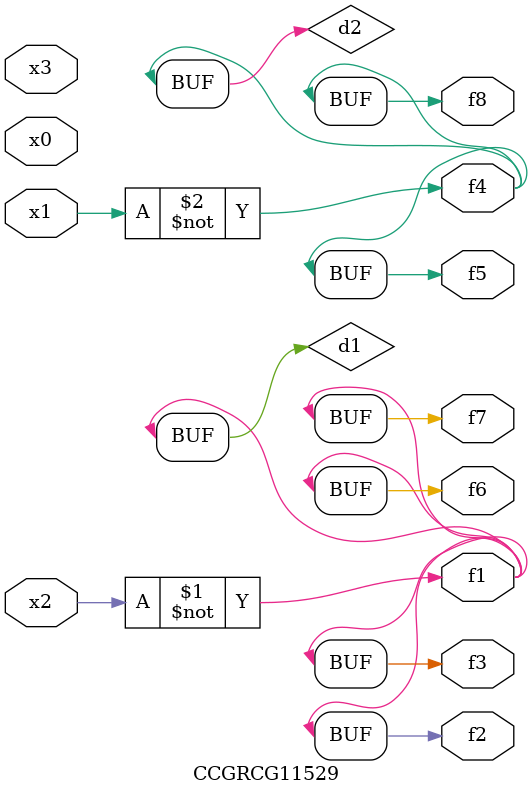
<source format=v>
module CCGRCG11529(
	input x0, x1, x2, x3,
	output f1, f2, f3, f4, f5, f6, f7, f8
);

	wire d1, d2;

	xnor (d1, x2);
	not (d2, x1);
	assign f1 = d1;
	assign f2 = d1;
	assign f3 = d1;
	assign f4 = d2;
	assign f5 = d2;
	assign f6 = d1;
	assign f7 = d1;
	assign f8 = d2;
endmodule

</source>
